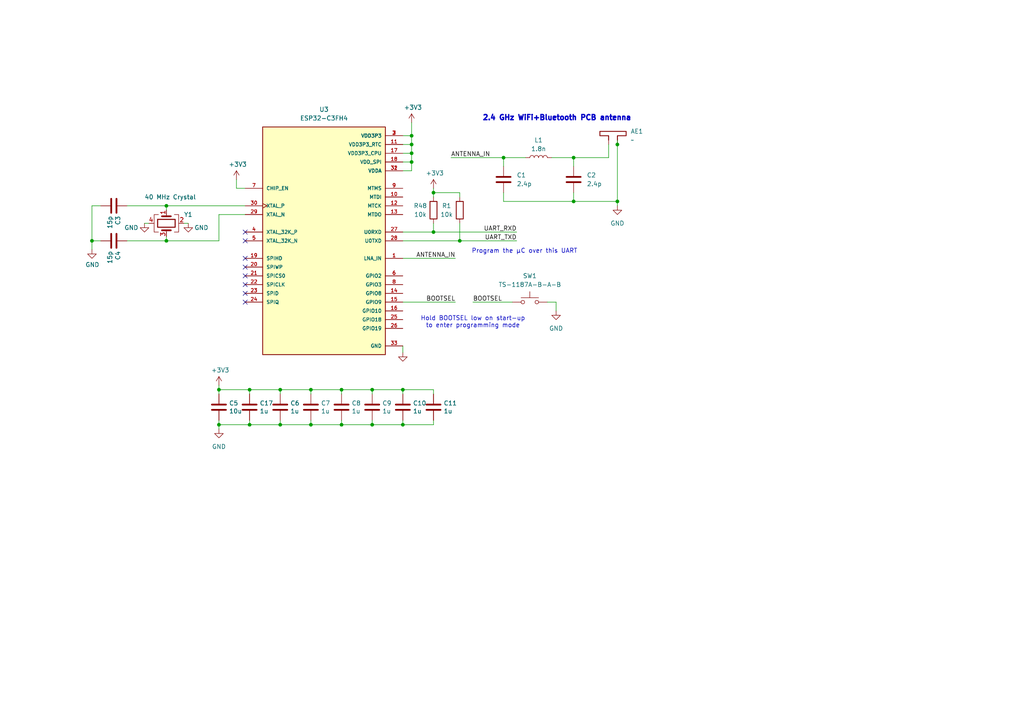
<source format=kicad_sch>
(kicad_sch (version 20250114) (generator "eeschema") (generator_version "9.0")
  (paper "A4")
  (lib_symbols
    (symbol "CustomSymbols:ESP32-C3FH4" (pin_names (offset 1.016))
      (property "Reference" "U" (at -17.78 33.782 0))
      (property "Value" "ESP32-C3FH4" (at -17.78 -33.782 0))
      (symbol "ESP32-C3FH4_0_0"
        (rectangle (start -17.78 -33.02) (end 17.78 33.02) (stroke (width 0.254)) (fill (type background)))
        (pin input line (at -22.86 15.24 0) (length 5.08) (name "CHIP_EN") (number "7"))
        (pin input clock (at -22.86 10.16 0) (length 5.08) (name "XTAL_P") (number "30"))
        (pin output line (at -22.86 7.62 0) (length 5.08) (name "XTAL_N") (number "29"))
        (pin bidirectional line (at -22.86 2.54 0) (length 5.08) (name "XTAL_32K_P") (number "4"))
        (pin bidirectional line (at -22.86 0 0) (length 5.08) (name "XTAL_32K_N") (number "5"))
        (pin bidirectional line (at -22.86 -5.08 0) (length 5.08) (name "SPIHD") (number "19"))
        (pin bidirectional line (at -22.86 -7.62 0) (length 5.08) (name "SPIWP") (number "20"))
        (pin bidirectional line (at -22.86 -10.16 0) (length 5.08) (name "SPICS0") (number "21"))
        (pin bidirectional line (at -22.86 -12.7 0) (length 5.08) (name "SPICLK") (number "22"))
        (pin bidirectional line (at -22.86 -15.24 0) (length 5.08) (name "SPID") (number "23"))
        (pin bidirectional line (at -22.86 -17.78 0) (length 5.08) (name "SPIQ") (number "24"))
        (pin power_in line (at 22.86 30.48 180) (length 5.08) (name "VDD3P3") (number "2"))
        (pin power_in line (at 22.86 30.48 180) (length 5.08) (name "VDD3P3") (number "3"))
        (pin power_in line (at 22.86 27.94 180) (length 5.08) (name "VDD3P3_RTC") (number "11"))
        (pin power_in line (at 22.86 25.4 180) (length 5.08) (name "VDD3P3_CPU") (number "17"))
        (pin power_in line (at 22.86 22.86 180) (length 5.08) (name "VDD_SPI") (number "18"))
        (pin power_in line (at 22.86 20.32 180) (length 5.08) (name "VDDA") (number "31"))
        (pin power_in line (at 22.86 20.32 180) (length 5.08) (name "VDDA") (number "32"))
        (pin bidirectional line (at 22.86 15.24 180) (length 5.08) (name "MTMS") (number "9"))
        (pin bidirectional line (at 22.86 12.7 180) (length 5.08) (name "MTDI") (number "10"))
        (pin bidirectional line (at 22.86 10.16 180) (length 5.08) (name "MTCK") (number "12"))
        (pin bidirectional line (at 22.86 7.62 180) (length 5.08) (name "MTDO") (number "13"))
        (pin bidirectional line (at 22.86 2.54 180) (length 5.08) (name "U0RXD") (number "27"))
        (pin bidirectional line (at 22.86 0 180) (length 5.08) (name "U0TXD") (number "28"))
        (pin bidirectional line (at 22.86 -5.08 180) (length 5.08) (name "LNA_IN") (number "1"))
        (pin bidirectional line (at 22.86 -10.16 180) (length 5.08) (name "GPIO2") (number "6"))
        (pin bidirectional line (at 22.86 -12.7 180) (length 5.08) (name "GPIO3") (number "8"))
        (pin bidirectional line (at 22.86 -15.24 180) (length 5.08) (name "GPIO8") (number "14"))
        (pin bidirectional line (at 22.86 -17.78 180) (length 5.08) (name "GPIO9") (number "15"))
        (pin bidirectional line (at 22.86 -20.32 180) (length 5.08) (name "GPIO10") (number "16"))
        (pin bidirectional line (at 22.86 -22.86 180) (length 5.08) (name "GPIO18") (number "25"))
        (pin bidirectional line (at 22.86 -25.4 180) (length 5.08) (name "GPIO19") (number "26"))
        (pin power_in line (at 22.86 -30.48 180) (length 5.08) (name "GND") (number "33"))
      )
    )
    (symbol "Device:Antenna_Dipole" (pin_numbers (hide yes)) (pin_names (offset 1.016) (hide yes))
      (property "Reference" "AE" (at 1.27 1.27 0))
      (property "Value" "Antenna_Dipole" (at 1.27 0 0))
      (symbol "Antenna_Dipole_0_1"
        (polyline (pts (xy 2.54 -3.81) (xy 2.54 -2.54) (xy 5.08 -2.54) (xy 5.08 -1.27) (xy -2.54 -1.27) (xy -2.54 -2.54) (xy 0 -2.54) (xy 0 -3.81)) (stroke (width 0.254)))
      )
      (symbol "Antenna_Dipole_1_1"
        (pin input line (at 0 -5.08 90) (length 2.54) (name "~") (number "1"))
        (pin input line (at 2.54 -5.08 90) (length 2.54) (name "~") (number "2"))
      )
    )
    (symbol "Device:C" (pin_numbers (hide yes)) (pin_names (offset 0.254))
      (property "Reference" "C" (at 0.635 2.54 0))
      (property "Value" "C" (at 0.635 -2.54 0))
      (symbol "C_0_1"
        (polyline (pts (xy -2.032 0.762) (xy 2.032 0.762)) (stroke (width 0.508)))
        (polyline (pts (xy -2.032 -0.762) (xy 2.032 -0.762)) (stroke (width 0.508)))
      )
      (symbol "C_1_1"
        (pin passive line (at 0 3.81 270) (length 2.794) (name "~") (number "1"))
        (pin passive line (at 0 -3.81 90) (length 2.794) (name "~") (number "2"))
      )
    )
    (symbol "Device:Crystal_GND24" (pin_names (offset 1.016) (hide yes))
      (property "Reference" "Y" (at 3.175 5.08 0))
      (property "Value" "Crystal_GND24" (at 3.175 3.175 0))
      (symbol "Crystal_GND24_0_1"
        (polyline (pts (xy -2.54 2.286) (xy -2.54 3.556) (xy 2.54 3.556) (xy 2.54 2.286)))
        (polyline (pts (xy -2.54 0) (xy -2.032 0)))
        (polyline (pts (xy -2.54 -2.286) (xy -2.54 -3.556) (xy 2.54 -3.556) (xy 2.54 -2.286)))
        (polyline (pts (xy -2.032 -1.27) (xy -2.032 1.27)) (stroke (width 0.508)))
        (rectangle (start -1.143 2.54) (end 1.143 -2.54) (stroke (width 0.3048)))
        (polyline (pts (xy 0 3.556) (xy 0 3.81)))
        (polyline (pts (xy 0 -3.81) (xy 0 -3.556)))
        (polyline (pts (xy 2.032 0) (xy 2.54 0)))
        (polyline (pts (xy 2.032 -1.27) (xy 2.032 1.27)) (stroke (width 0.508)))
      )
      (symbol "Crystal_GND24_1_1"
        (pin passive line (at -3.81 0 0) (length 1.27) (name "1") (number "1"))
        (pin passive line (at 0 5.08 270) (length 1.27) (name "2") (number "2"))
        (pin passive line (at 0 -5.08 90) (length 1.27) (name "4") (number "4"))
        (pin passive line (at 3.81 0 180) (length 1.27) (name "3") (number "3"))
      )
    )
    (symbol "Device:L" (pin_numbers (hide yes)) (pin_names (offset 1.016) (hide yes))
      (property "Reference" "L" (at -1.27 0 90))
      (property "Value" "L" (at 1.905 0 90))
      (symbol "L_0_1"
        (arc (start 0 2.54) (mid 0.6323 1.905) (end 0 1.27))
        (arc (start 0 1.27) (mid 0.6323 0.635) (end 0 0))
        (arc (start 0 0) (mid 0.6323 -0.635) (end 0 -1.27))
        (arc (start 0 -1.27) (mid 0.6323 -1.905) (end 0 -2.54))
      )
      (symbol "L_1_1"
        (pin passive line (at 0 3.81 270) (length 1.27) (name "1") (number "1"))
        (pin passive line (at 0 -3.81 90) (length 1.27) (name "2") (number "2"))
      )
    )
    (symbol "Device:R" (pin_numbers (hide yes)) (pin_names (offset 0))
      (property "Reference" "R" (at 2.032 0 90))
      (property "Value" "R" (at 0 0 90))
      (symbol "R_0_1"
        (rectangle (start -1.016 -2.54) (end 1.016 2.54) (stroke (width 0.254)))
      )
      (symbol "R_1_1"
        (pin passive line (at 0 3.81 270) (length 1.27) (name "~") (number "1"))
        (pin passive line (at 0 -3.81 90) (length 1.27) (name "~") (number "2"))
      )
    )
    (symbol "Switch:SW_Push" (pin_numbers (hide yes)) (pin_names (offset 1.016) (hide yes))
      (property "Reference" "SW" (at 1.27 2.54 0))
      (property "Value" "SW_Push" (at 0 -1.524 0))
      (symbol "SW_Push_0_1"
        (circle (center -2.032 0) (radius 0.508))
        (polyline (pts (xy 0 1.27) (xy 0 3.048)))
        (circle (center 2.032 0) (radius 0.508))
        (polyline (pts (xy 2.54 1.27) (xy -2.54 1.27)))
        (pin passive line (at -5.08 0 0) (length 2.54) (name "1") (number "1"))
        (pin passive line (at 5.08 0 180) (length 2.54) (name "2") (number "2"))
      )
    )
    (symbol "power:+3V3" (power) (pin_names (offset 0))
      (property "Value" "+3V3" (at 0 3.556 0))
      (symbol "+3V3_0_1"
        (polyline (pts (xy -0.762 1.27) (xy 0 2.54)))
        (polyline (pts (xy 0 2.54) (xy 0.762 1.27)))
        (polyline (pts (xy 0 0) (xy 0 2.54)))
      )
      (symbol "+3V3_1_1"
        (pin power_in line (at 0 0 90) (length 0) (hide yes) (name "+3V3") (number "1"))
      )
    )
    (symbol "power:GND" (power) (pin_names (offset 0))
      (property "Value" "GND" (at 0 -3.81 0))
      (symbol "GND_0_1"
        (polyline (pts (xy 0 0) (xy 0 -1.27) (xy 1.27 -1.27) (xy 0 -2.54) (xy -1.27 -1.27) (xy 0 -1.27)))
      )
      (symbol "GND_1_1"
        (pin power_in line (at 0 0 270) (length 0) (hide yes) (name "GND") (number "1"))
      )
    )
  )
  (text "2.4 GHz WiFi+Bluetooth PCB antenna" (at 161.544 34.29 0) (effects (font (size 1.5 1.5) (thickness 0.4) (bold yes))))
  (text "Program the µC over this UART" (at 152.146 72.898 0) (effects (font (size 1.27 1.27))))
  (text "Hold BOOTSEL low on start-up\nto enter programming mode" (at 137.16 93.472 0) (effects (font (size 1.27 1.27))))
  (junction (at 26.67 69.85))
  (junction (at 48.26 69.85))
  (junction (at 63.5 123.19))
  (junction (at 119.38 44.45))
  (junction (at 81.28 123.19))
  (junction (at 116.84 113.03))
  (junction (at 72.39 123.19))
  (junction (at 90.17 123.19))
  (junction (at 99.06 113.03))
  (junction (at 81.28 113.03))
  (junction (at 179.07 58.42))
  (junction (at 125.73 55.88))
  (junction (at 133.35 69.85))
  (junction (at 119.38 41.91))
  (junction (at 90.17 113.03))
  (junction (at 119.38 39.37))
  (junction (at 107.95 113.03))
  (junction (at 72.39 113.03))
  (junction (at 166.37 45.72))
  (junction (at 99.06 123.19))
  (junction (at 116.84 123.19))
  (junction (at 63.5 113.03))
  (junction (at 125.73 67.31))
  (junction (at 48.26 59.69))
  (junction (at 119.38 46.99))
  (junction (at 107.95 123.19))
  (junction (at 146.05 45.72))
  (junction (at 179.07 41.91))
  (junction (at 166.37 58.42))
  (no_connect (at 71.12 87.63))
  (no_connect (at 71.12 69.85))
  (no_connect (at 71.12 85.09))
  (no_connect (at 71.12 74.93))
  (no_connect (at 71.12 77.47))
  (no_connect (at 71.12 82.55))
  (no_connect (at 71.12 67.31))
  (no_connect (at 71.12 80.01))
  (wire (pts (xy 99.06 123.19) (xy 99.06 121.92)))
  (wire (pts (xy 133.35 69.85) (xy 149.86 69.85)))
  (wire (pts (xy 99.06 113.03) (xy 107.95 113.03)))
  (wire (pts (xy 63.5 123.19) (xy 63.5 124.46)))
  (wire (pts (xy 36.83 59.69) (xy 48.26 59.69)))
  (wire (pts (xy 63.5 69.85) (xy 63.5 62.23)))
  (wire (pts (xy 72.39 113.03) (xy 81.28 113.03)))
  (wire (pts (xy 53.34 64.77) (xy 54.61 64.77)))
  (wire (pts (xy 48.26 59.69) (xy 71.12 59.69)))
  (wire (pts (xy 125.73 123.19) (xy 125.73 121.92)))
  (wire (pts (xy 63.5 111.76) (xy 63.5 113.03)))
  (wire (pts (xy 158.75 87.63) (xy 161.29 87.63)))
  (wire (pts (xy 119.38 41.91) (xy 119.38 44.45)))
  (wire (pts (xy 176.53 41.91) (xy 176.53 45.72)))
  (wire (pts (xy 116.84 67.31) (xy 125.73 67.31)))
  (wire (pts (xy 63.5 62.23) (xy 71.12 62.23)))
  (wire (pts (xy 72.39 113.03) (xy 72.39 114.3)))
  (wire (pts (xy 179.07 41.91) (xy 179.07 58.42)))
  (wire (pts (xy 116.84 100.33) (xy 116.84 102.235)))
  (wire (pts (xy 119.38 41.91) (xy 116.84 41.91)))
  (wire (pts (xy 29.21 69.85) (xy 26.67 69.85)))
  (wire (pts (xy 116.84 123.19) (xy 125.73 123.19)))
  (wire (pts (xy 29.21 59.69) (xy 26.67 59.69)))
  (wire (pts (xy 146.05 45.72) (xy 146.05 48.26)))
  (wire (pts (xy 146.05 45.72) (xy 152.4 45.72)))
  (wire (pts (xy 107.95 113.03) (xy 116.84 113.03)))
  (wire (pts (xy 63.5 121.92) (xy 63.5 123.19)))
  (wire (pts (xy 116.84 74.93) (xy 132.08 74.93)))
  (wire (pts (xy 41.91 64.77) (xy 43.18 64.77)))
  (wire (pts (xy 63.5 113.03) (xy 63.5 114.3)))
  (wire (pts (xy 119.38 49.53) (xy 116.84 49.53)))
  (wire (pts (xy 179.07 58.42) (xy 179.07 59.69)))
  (wire (pts (xy 119.38 39.37) (xy 119.38 41.91)))
  (wire (pts (xy 130.81 45.72) (xy 146.05 45.72)))
  (wire (pts (xy 133.35 55.88) (xy 133.35 57.15)))
  (wire (pts (xy 68.58 54.61) (xy 71.12 54.61)))
  (wire (pts (xy 116.84 113.03) (xy 116.84 114.3)))
  (wire (pts (xy 125.73 64.77) (xy 125.73 67.31)))
  (wire (pts (xy 116.84 123.19) (xy 116.84 121.92)))
  (wire (pts (xy 107.95 123.19) (xy 107.95 121.92)))
  (wire (pts (xy 90.17 123.19) (xy 99.06 123.19)))
  (wire (pts (xy 125.73 67.31) (xy 149.86 67.31)))
  (wire (pts (xy 133.35 64.77) (xy 133.35 69.85)))
  (wire (pts (xy 63.5 123.19) (xy 72.39 123.19)))
  (wire (pts (xy 179.07 40.64) (xy 179.07 41.91)))
  (wire (pts (xy 161.29 87.63) (xy 161.29 90.17)))
  (wire (pts (xy 107.95 113.03) (xy 107.95 114.3)))
  (wire (pts (xy 146.05 58.42) (xy 146.05 55.88)))
  (wire (pts (xy 166.37 45.72) (xy 166.37 48.26)))
  (wire (pts (xy 116.84 69.85) (xy 133.35 69.85)))
  (wire (pts (xy 26.67 59.69) (xy 26.67 69.85)))
  (wire (pts (xy 176.53 45.72) (xy 166.37 45.72)))
  (wire (pts (xy 119.38 46.99) (xy 119.38 49.53)))
  (wire (pts (xy 125.73 113.03) (xy 125.73 114.3)))
  (wire (pts (xy 148.59 87.63) (xy 137.16 87.63)))
  (wire (pts (xy 119.38 44.45) (xy 119.38 46.99)))
  (wire (pts (xy 48.26 69.85) (xy 63.5 69.85)))
  (wire (pts (xy 81.28 123.19) (xy 81.28 121.92)))
  (wire (pts (xy 119.38 44.45) (xy 116.84 44.45)))
  (wire (pts (xy 119.38 35.56) (xy 119.38 39.37)))
  (wire (pts (xy 72.39 123.19) (xy 72.39 121.92)))
  (wire (pts (xy 125.73 55.88) (xy 125.73 57.15)))
  (wire (pts (xy 81.28 123.19) (xy 90.17 123.19)))
  (wire (pts (xy 26.67 69.85) (xy 26.67 72.39)))
  (wire (pts (xy 116.84 87.63) (xy 132.08 87.63)))
  (wire (pts (xy 48.26 60.96) (xy 48.26 59.69)))
  (wire (pts (xy 99.06 113.03) (xy 99.06 114.3)))
  (wire (pts (xy 166.37 58.42) (xy 179.07 58.42)))
  (wire (pts (xy 107.95 123.19) (xy 116.84 123.19)))
  (wire (pts (xy 166.37 55.88) (xy 166.37 58.42)))
  (wire (pts (xy 48.26 68.58) (xy 48.26 69.85)))
  (wire (pts (xy 90.17 113.03) (xy 90.17 114.3)))
  (wire (pts (xy 119.38 39.37) (xy 116.84 39.37)))
  (wire (pts (xy 125.73 54.61) (xy 125.73 55.88)))
  (wire (pts (xy 72.39 123.19) (xy 81.28 123.19)))
  (wire (pts (xy 81.28 113.03) (xy 81.28 114.3)))
  (wire (pts (xy 99.06 123.19) (xy 107.95 123.19)))
  (wire (pts (xy 90.17 123.19) (xy 90.17 121.92)))
  (wire (pts (xy 116.84 113.03) (xy 125.73 113.03)))
  (wire (pts (xy 160.02 45.72) (xy 166.37 45.72)))
  (wire (pts (xy 146.05 58.42) (xy 166.37 58.42)))
  (wire (pts (xy 125.73 55.88) (xy 133.35 55.88)))
  (wire (pts (xy 36.83 69.85) (xy 48.26 69.85)))
  (wire (pts (xy 90.17 113.03) (xy 99.06 113.03)))
  (wire (pts (xy 119.38 46.99) (xy 116.84 46.99)))
  (wire (pts (xy 63.5 113.03) (xy 72.39 113.03)))
  (wire (pts (xy 68.58 52.07) (xy 68.58 54.61)))
  (wire (pts (xy 81.28 113.03) (xy 90.17 113.03)))
  (label "ANTENNA_IN" (at 132.08 74.93 180))
  (label "UART_RXD" (at 149.86 67.31 180))
  (label "BOOTSEL" (at 137.16 87.63 0))
  (label "UART_TXD" (at 149.86 69.85 180))
  (label "BOOTSEL" (at 132.08 87.63 180))
  (label "ANTENNA_IN" (at 130.81 45.72 0))
  (symbol (lib_id "Device:C") (at 63.5 118.11 0) (unit 1)
    (property "Reference" "C5" (at 66.421 116.9416 0) (effects (justify left)))
    (property "Value" "10u" (at 66.421 119.253 0) (effects (justify left)))
    (property "Footprint" "Capacitor_SMD:C_0603_1608Metric" (effects (hide yes)))
    (property "Datasheet" "https://jlcpcb.com/partdetail/C96446" (effects (hide yes)))
    (property "LCSC" "C96446" (effects (hide yes)))
  )
  (symbol (lib_id "Device:C") (at 107.95 118.11 0) (unit 1)
    (property "Reference" "C9" (at 110.871 116.9416 0) (effects (justify left)))
    (property "Value" "1u" (at 110.871 119.253 0) (effects (justify left)))
    (property "Footprint" "Capacitor_SMD:C_0402_1005Metric" (effects (hide yes)))
    (property "LCSC" "C14445" (effects (hide yes)))
  )
  (symbol (lib_id "power:GND") (at 63.5 124.46 0) (mirror y) (unit 1)
    (property "Reference" "#PWR017" (effects (hide yes)))
    (property "Value" "GND" (at 63.5 129.54 0))
    (property "Description" "Power symbol creates a global label with name \"GND\" , ground" (effects (hide yes)))
  )
  (symbol (lib_id "Device:C") (at 33.02 59.69 270) (unit 1)
    (property "Reference" "C3" (at 34.1884 62.611 0) (effects (justify left)))
    (property "Value" "15p" (at 31.877 62.611 0) (effects (justify left)))
    (property "Footprint" "Capacitor_SMD:C_0402_1005Metric" (effects (hide yes)))
    (property "LCSC" "C1548" (effects (hide yes)))
  )
  (symbol (lib_id "Device:R") (at 133.35 60.96 180) (unit 1)
    (property "Reference" "R1" (at 129.54 59.69 0))
    (property "Value" "10k" (at 129.54 62.23 0))
    (property "Footprint" "Resistor_SMD:R_0402_1005Metric" (effects (hide yes)))
    (property "Description" "Resistor" (effects (hide yes)))
    (property "LCSC" "C25744" (effects (hide yes)))
  )
  (symbol (lib_id "power:+3V3") (at 68.58 52.07 0) (unit 1)
    (property "Reference" "#PWR016" (effects (hide yes)))
    (property "Value" "+3V3" (at 68.961 47.6758 0))
  )
  (symbol (lib_id "power:GND") (at 26.67 72.39 0) (unit 1)
    (property "Reference" "#PWR011" (effects (hide yes)))
    (property "Value" "GND" (at 26.797 76.7842 0))
  )
  (symbol (lib_id "Device:C") (at 166.37 52.07 0) (unit 1)
    (property "Reference" "C2" (at 170.18 50.8 0) (effects (justify left)))
    (property "Value" "2.4p" (at 170.18 53.34 0) (effects (justify left)))
    (property "Footprint" "Capacitor_SMD:C_0402_1005Metric" (effects (hide yes)))
    (property "LCSC" "C48346" (effects (hide yes)))
  )
  (symbol (lib_id "power:+3V3") (at 63.5 111.76 0) (unit 1)
    (property "Reference" "#PWR012" (effects (hide yes)))
    (property "Value" "+3V3" (at 63.881 107.3658 0))
  )
  (symbol (lib_id "Device:R") (at 125.73 60.96 180) (unit 1)
    (property "Reference" "R48" (at 121.92 59.69 0))
    (property "Value" "10k" (at 121.92 62.23 0))
    (property "Footprint" "Resistor_SMD:R_0402_1005Metric" (effects (hide yes)))
    (property "Description" "Resistor" (effects (hide yes)))
    (property "LCSC" "C25744" (effects (hide yes)))
  )
  (symbol (lib_id "power:GND") (at 116.84 102.235 0) (unit 1)
    (property "Reference" "#PWR019" (effects (hide yes)))
    (property "Value" "GND" (effects (hide yes)))
  )
  (symbol (lib_id "Device:C") (at 90.17 118.11 0) (unit 1)
    (property "Reference" "C7" (at 93.091 116.9416 0) (effects (justify left)))
    (property "Value" "1u" (at 93.091 119.253 0) (effects (justify left)))
    (property "Footprint" "Capacitor_SMD:C_0402_1005Metric" (effects (hide yes)))
    (property "LCSC" "C14445" (effects (hide yes)))
  )
  (symbol (lib_id "power:GND") (at 161.29 90.17 0) (mirror y) (unit 1)
    (property "Reference" "#PWR01" (effects (hide yes)))
    (property "Value" "GND" (at 161.29 95.25 0))
    (property "Description" "Power symbol creates a global label with name \"GND\" , ground" (effects (hide yes)))
    (property "OnlyIf" "BootselButton" (effects (hide yes)))
  )
  (symbol (lib_id "Device:C") (at 146.05 52.07 0) (unit 1)
    (property "Reference" "C1" (at 149.86 50.8 0) (effects (justify left)))
    (property "Value" "2.4p" (at 149.86 53.34 0) (effects (justify left)))
    (property "Footprint" "Capacitor_SMD:C_0402_1005Metric" (effects (hide yes)))
    (property "LCSC" "C48346" (effects (hide yes)))
  )
  (symbol (lib_id "Device:C") (at 72.39 118.11 0) (unit 1)
    (property "Reference" "C17" (at 75.311 116.9416 0) (effects (justify left)))
    (property "Value" "1u" (at 75.311 119.253 0) (effects (justify left)))
    (property "Footprint" "Capacitor_SMD:C_0402_1005Metric" (effects (hide yes)))
    (property "LCSC" "C14445" (effects (hide yes)))
  )
  (symbol (lib_id "power:+3V3") (at 125.73 54.61 0) (unit 1)
    (property "Reference" "#PWR02" (effects (hide yes)))
    (property "Value" "+3V3" (at 126.111 50.2158 0))
  )
  (symbol (lib_id "power:GND") (at 179.07 59.69 0) (unit 1)
    (property "Reference" "#PWR05" (effects (hide yes)))
    (property "Value" "GND" (at 179.07 64.77 0))
  )
  (symbol (lib_id "power:+3V3") (at 119.38 35.56 0) (unit 1)
    (property "Reference" "#PWR018" (effects (hide yes)))
    (property "Value" "+3V3" (at 119.761 31.1658 0))
  )
  (symbol (lib_id "Device:C") (at 125.73 118.11 0) (unit 1)
    (property "Reference" "C11" (at 128.651 116.9416 0) (effects (justify left)))
    (property "Value" "1u" (at 128.651 119.253 0) (effects (justify left)))
    (property "Footprint" "Capacitor_SMD:C_0402_1005Metric" (effects (hide yes)))
    (property "LCSC" "C14445" (effects (hide yes)))
  )
  (symbol (lib_id "Device:Antenna_Dipole") (at 176.53 36.83 0) (unit 1)
    (property "Reference" "AE1" (at 182.88 38.1 0) (effects (justify left)))
    (property "Value" "~" (at 182.88 40.64 0) (effects (justify left)))
    (property "Footprint" "RF_Antenna:Texas_SWRA117D_2.4GHz_Left" (effects (hide yes)))
  )
  (symbol (lib_id "Device:C") (at 33.02 69.85 270) (unit 1)
    (property "Reference" "C4" (at 34.1884 72.771 0) (effects (justify left)))
    (property "Value" "15p" (at 31.877 72.771 0) (effects (justify left)))
    (property "Footprint" "Capacitor_SMD:C_0402_1005Metric" (effects (hide yes)))
    (property "LCSC" "C1548" (effects (hide yes)))
  )
  (symbol (lib_id "power:GND") (at 41.91 64.77 0) (unit 1)
    (property "Reference" "#PWR014" (effects (hide yes)))
    (property "Value" "GND" (at 38.1 66.04 0))
  )
  (symbol (lib_id "power:GND") (at 54.61 64.77 0) (unit 1)
    (property "Reference" "#PWR015" (effects (hide yes)))
    (property "Value" "GND" (at 58.42 66.04 0))
  )
  (symbol (lib_id "Device:C") (at 116.84 118.11 0) (unit 1)
    (property "Reference" "C10" (at 119.761 116.9416 0) (effects (justify left)))
    (property "Value" "1u" (at 119.761 119.253 0) (effects (justify left)))
    (property "Footprint" "Capacitor_SMD:C_0402_1005Metric" (effects (hide yes)))
    (property "LCSC" "C14445" (effects (hide yes)))
  )
  (symbol (lib_id "CustomSymbols:ESP32-C3FH4") (at 93.98 69.85 0) (unit 1)
    (property "Reference" "U3" (at 93.98 31.75 0))
    (property "Value" "ESP32-C3FH4" (at 93.98 34.29 0))
    (property "Footprint" "Package_DFN_QFN:QFN-32-1EP_5x5mm_P0.5mm_EP3.7x3.7mm" (effects (hide yes)))
    (property "Description" "Bluetooth, WiFi 802.11b/g/n, Bluetooth v5.0 Transceiver Module 2.402GHz ~ 2.48GHz Antenna Not Included Surface Mount" (effects (hide yes)))
    (property "MF" "Espressif Systems" (effects (hide yes)))
    (property "MAXIMUM_PACKAGE_HEIGHT" "0.9mm" (effects (hide yes)))
    (property "Package" "VFQFN-32 Espressif Systems" (effects (hide yes)))
    (property "Price" "None" (effects (hide yes)))
    (property "Check_prices" "https://www.snapeda.com/parts/ESP32-C3FH4/Espressif+Systems/view-part/?ref=eda" (effects (hide yes)))
    (property "STANDARD" "IPC 7351B" (effects (hide yes)))
    (property "PARTREV" "V1.0" (effects (hide yes)))
    (property "SnapEDA_Link" "https://www.snapeda.com/parts/ESP32-C3FH4/Espressif+Systems/view-part/?ref=snap" (effects (hide yes)))
    (property "MP" "ESP32-C3FH4" (effects (hide yes)))
    (property "Purchase-URL" "https://www.snapeda.com/api/url_track_click_mouser/?unipart_id=5881917&manufacturer=Espressif Systems&part_name=ESP32-C3FH4&search_term=None" (effects (hide yes)))
    (property "Availability" "In Stock" (effects (hide yes)))
    (property "MANUFACTURER" "Espressif" (effects (hide yes)))
    (property "LCSC" "C2858491" (effects (hide yes)))
  )
  (symbol (lib_id "Switch:SW_Push") (at 153.67 87.63 0) (mirror y) (unit 1)
    (property "Reference" "SW1" (at 153.67 80.01 0))
    (property "Value" "TS-1187A-B-A-B" (at 153.67 82.55 0))
    (property "Footprint" "Button_Switch_SMD:SW_Push_1P1T_XKB_TS-1187A" (effects (hide yes)))
    (property "Description" "Push button switch, generic, two pins" (effects (hide yes)))
    (property "LCSC" "C318884" (effects (hide yes)))
    (property "OnlyIf" "BootselButton" (effects (hide yes)))
  )
  (symbol (lib_id "Device:C") (at 81.28 118.11 0) (unit 1)
    (property "Reference" "C6" (at 84.201 116.9416 0) (effects (justify left)))
    (property "Value" "1u" (at 84.201 119.253 0) (effects (justify left)))
    (property "Footprint" "Capacitor_SMD:C_0402_1005Metric" (effects (hide yes)))
    (property "LCSC" "C14445" (effects (hide yes)))
  )
  (symbol (lib_id "Device:C") (at 99.06 118.11 0) (unit 1)
    (property "Reference" "C8" (at 101.981 116.9416 0) (effects (justify left)))
    (property "Value" "1u" (at 101.981 119.253 0) (effects (justify left)))
    (property "Footprint" "Capacitor_SMD:C_0402_1005Metric" (effects (hide yes)))
    (property "LCSC" "C14445" (effects (hide yes)))
  )
  (symbol (lib_id "Device:Crystal_GND24") (at 48.26 64.77 270) (unit 1)
    (property "Reference" "Y1" (at 53.34 62.23 90) (effects (justify left)))
    (property "Value" "40 MHz Crystal" (at 41.91 57.15 90) (effects (justify left)))
    (property "Footprint" "Crystal:Crystal_SMD_3225-4Pin_3.2x2.5mm" (effects (hide yes)))
    (property "LCSC" "C9010" (effects (hide yes)))
  )
  (symbol (lib_id "Device:L") (at 156.21 45.72 90) (unit 1)
    (property "Reference" "L1" (at 156.21 40.64 90))
    (property "Value" "1.8n" (at 156.21 43.18 90))
    (property "Footprint" "Inductor_SMD:L_0402_1005Metric" (effects (hide yes)))
    (property "LCSC" "C77107" (effects (hide yes)))
  )
)
</source>
